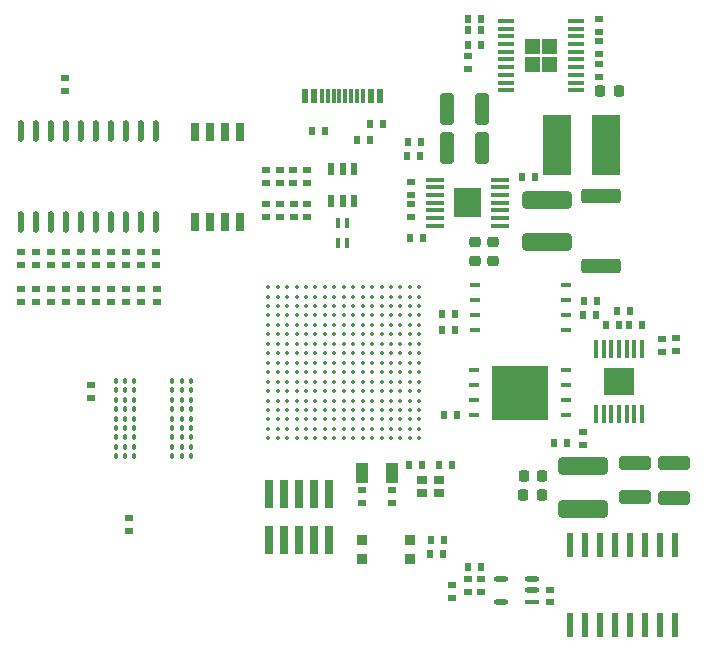
<source format=gbr>
%TF.GenerationSoftware,KiCad,Pcbnew,7.0.7*%
%TF.CreationDate,2024-02-27T15:56:59-08:00*%
%TF.ProjectId,cpu_board,6370755f-626f-4617-9264-2e6b69636164,rev?*%
%TF.SameCoordinates,Original*%
%TF.FileFunction,Paste,Top*%
%TF.FilePolarity,Positive*%
%FSLAX46Y46*%
G04 Gerber Fmt 4.6, Leading zero omitted, Abs format (unit mm)*
G04 Created by KiCad (PCBNEW 7.0.7) date 2024-02-27 15:56:59*
%MOMM*%
%LPD*%
G01*
G04 APERTURE LIST*
G04 Aperture macros list*
%AMRoundRect*
0 Rectangle with rounded corners*
0 $1 Rounding radius*
0 $2 $3 $4 $5 $6 $7 $8 $9 X,Y pos of 4 corners*
0 Add a 4 corners polygon primitive as box body*
4,1,4,$2,$3,$4,$5,$6,$7,$8,$9,$2,$3,0*
0 Add four circle primitives for the rounded corners*
1,1,$1+$1,$2,$3*
1,1,$1+$1,$4,$5*
1,1,$1+$1,$6,$7*
1,1,$1+$1,$8,$9*
0 Add four rect primitives between the rounded corners*
20,1,$1+$1,$2,$3,$4,$5,0*
20,1,$1+$1,$4,$5,$6,$7,0*
20,1,$1+$1,$6,$7,$8,$9,0*
20,1,$1+$1,$8,$9,$2,$3,0*%
G04 Aperture macros list end*
%ADD10R,0.600000X0.700000*%
%ADD11R,0.700000X0.600000*%
%ADD12RoundRect,0.225000X-0.225000X-0.250000X0.225000X-0.250000X0.225000X0.250000X-0.225000X0.250000X0*%
%ADD13R,1.409700X0.355600*%
%ADD14RoundRect,0.250000X-1.100000X0.325000X-1.100000X-0.325000X1.100000X-0.325000X1.100000X0.325000X0*%
%ADD15RoundRect,0.225000X0.250000X-0.225000X0.250000X0.225000X-0.250000X0.225000X-0.250000X-0.225000X0*%
%ADD16R,1.600200X0.304800*%
%ADD17R,2.310000X2.460000*%
%ADD18R,0.762000X1.500000*%
%ADD19R,0.558800X0.977900*%
%ADD20R,1.000000X1.800000*%
%ADD21C,0.355600*%
%ADD22R,1.219200X0.457200*%
%ADD23O,1.219200X0.457200*%
%ADD24RoundRect,0.333000X-1.767000X0.417000X-1.767000X-0.417000X1.767000X-0.417000X1.767000X0.417000X0*%
%ADD25R,0.900000X0.800000*%
%ADD26R,2.350000X5.100000*%
%ADD27R,0.558800X2.159000*%
%ADD28R,0.950000X0.450000*%
%ADD29R,0.304800X1.600200*%
%ADD30R,2.460000X2.310000*%
%ADD31C,0.457200*%
%ADD32O,0.560000X1.840000*%
%ADD33RoundRect,0.250000X0.325000X1.100000X-0.325000X1.100000X-0.325000X-1.100000X0.325000X-1.100000X0*%
%ADD34R,0.600000X1.150000*%
%ADD35R,0.300000X1.150000*%
%ADD36R,0.740000X2.400000*%
%ADD37RoundRect,0.250000X1.425000X-0.362500X1.425000X0.362500X-1.425000X0.362500X-1.425000X-0.362500X0*%
%ADD38R,0.900000X0.900000*%
%ADD39R,4.750000X4.650000*%
%ADD40R,0.406400X0.914400*%
G04 APERTURE END LIST*
%TO.C,U1*%
G36*
X48085900Y-5385900D02*
G01*
X46800000Y-5385900D01*
X46800000Y-4100000D01*
X48085900Y-4100000D01*
X48085900Y-5385900D01*
G37*
G36*
X48085900Y-3900000D02*
G01*
X46800000Y-3900000D01*
X46800000Y-2614100D01*
X48085900Y-2614100D01*
X48085900Y-3900000D01*
G37*
G36*
X46600000Y-5385900D02*
G01*
X45314100Y-5385900D01*
X45314100Y-4100000D01*
X46600000Y-4100000D01*
X46600000Y-5385900D01*
G37*
G36*
X46600000Y-3900000D02*
G01*
X45314100Y-3900000D01*
X45314100Y-2614100D01*
X46600000Y-2614100D01*
X46600000Y-3900000D01*
G37*
%TO.C,U8*%
G36*
X41640000Y-17671400D02*
G01*
X39330000Y-17671400D01*
X39330000Y-15211400D01*
X41640000Y-15211400D01*
X41640000Y-17671400D01*
G37*
%TO.C,U7*%
G36*
X54532700Y-32750400D02*
G01*
X52072700Y-32750400D01*
X52072700Y-30440400D01*
X54532700Y-30440400D01*
X54532700Y-32750400D01*
G37*
%TD*%
D10*
%TO.C,C31*%
X37325000Y-46200000D03*
X38425000Y-46200000D03*
%TD*%
D11*
%TO.C,R33*%
X6400000Y-7000000D03*
X6400000Y-5900000D03*
%TD*%
D10*
%TO.C,R18*%
X38350000Y-25835000D03*
X39450000Y-25835000D03*
%TD*%
D11*
%TO.C,C1*%
X47500000Y-49200000D03*
X47500000Y-50300000D03*
%TD*%
%TO.C,R14*%
X51600000Y-4700000D03*
X51600000Y-5800000D03*
%TD*%
D12*
%TO.C,C78*%
X45205000Y-41200000D03*
X46755000Y-41200000D03*
%TD*%
D11*
%TO.C,R55*%
X7772200Y-23790000D03*
X7772200Y-24890000D03*
%TD*%
D10*
%TO.C,R16*%
X51390000Y-25935000D03*
X50290000Y-25935000D03*
%TD*%
%TO.C,R2*%
X40500000Y-1850000D03*
X41600000Y-1850000D03*
%TD*%
D13*
%TO.C,U1*%
X49652750Y-6924937D03*
X49652750Y-6274951D03*
X49652750Y-5624965D03*
X49652750Y-4974979D03*
X49652750Y-4324993D03*
X49652750Y-3675007D03*
X49652750Y-3025021D03*
X49652750Y-2375035D03*
X49652750Y-1725049D03*
X49652750Y-1075063D03*
X43747250Y-1075063D03*
X43747250Y-1725049D03*
X43747250Y-2375035D03*
X43747250Y-3025021D03*
X43747250Y-3675007D03*
X43747250Y-4324993D03*
X43747250Y-4974979D03*
X43747250Y-5624965D03*
X43747250Y-6274951D03*
X43747250Y-6924937D03*
%TD*%
D11*
%TO.C,R29*%
X58132600Y-27926800D03*
X58132600Y-29026800D03*
%TD*%
D10*
%TO.C,R32*%
X36690000Y-19440000D03*
X35590000Y-19440000D03*
%TD*%
%TO.C,R17*%
X47760000Y-36825000D03*
X48860000Y-36825000D03*
%TD*%
%TO.C,C63*%
X39600000Y-34445000D03*
X38500000Y-34445000D03*
%TD*%
D14*
%TO.C,C79*%
X54660000Y-38460000D03*
X54660000Y-41410000D03*
%TD*%
D11*
%TO.C,R48*%
X25745000Y-14760000D03*
X25745000Y-13660000D03*
%TD*%
D10*
%TO.C,C88*%
X54190000Y-26840000D03*
X55290000Y-26840000D03*
%TD*%
D11*
%TO.C,R37*%
X2680000Y-21690000D03*
X2680000Y-20590000D03*
%TD*%
%TO.C,R64*%
X24600000Y-16600000D03*
X24600000Y-17700000D03*
%TD*%
D15*
%TO.C,C77*%
X41120000Y-21365000D03*
X41120000Y-19815000D03*
%TD*%
D10*
%TO.C,R30*%
X36555000Y-11280000D03*
X35455000Y-11280000D03*
%TD*%
%TO.C,R28*%
X35355000Y-12490000D03*
X36455000Y-12490000D03*
%TD*%
D11*
%TO.C,R45*%
X12857800Y-21690000D03*
X12857800Y-20590000D03*
%TD*%
D10*
%TO.C,C86*%
X53280000Y-26840000D03*
X52180000Y-26840000D03*
%TD*%
D11*
%TO.C,R42*%
X9041100Y-21690000D03*
X9041100Y-20590000D03*
%TD*%
%TO.C,R60*%
X14150000Y-23790000D03*
X14150000Y-24890000D03*
%TD*%
%TO.C,C87*%
X35680000Y-16570000D03*
X35680000Y-17670000D03*
%TD*%
%TO.C,R58*%
X11598900Y-23790000D03*
X11598900Y-24890000D03*
%TD*%
%TO.C,R43*%
X10313300Y-21690000D03*
X10313300Y-20590000D03*
%TD*%
%TO.C,R39*%
X5224400Y-21690000D03*
X5224400Y-20590000D03*
%TD*%
D10*
%TO.C,R35*%
X40500000Y-900000D03*
X41600000Y-900000D03*
%TD*%
D16*
%TO.C,U8*%
X37716400Y-14491366D03*
X37716400Y-15141379D03*
X37716400Y-15791388D03*
X37716400Y-16441400D03*
X37716400Y-17091412D03*
X37716400Y-17741421D03*
X37716400Y-18391434D03*
X43253600Y-18391434D03*
X43253600Y-17741421D03*
X43253600Y-17091412D03*
X43253600Y-16441400D03*
X43253600Y-15791388D03*
X43253600Y-15141379D03*
X43253600Y-14491366D03*
D17*
X40485000Y-16441400D03*
%TD*%
D18*
%TO.C,SW3*%
X17405000Y-18070000D03*
X18675000Y-18070000D03*
X19945000Y-18070000D03*
X21215000Y-18070000D03*
X21215000Y-10450000D03*
X19945000Y-10450000D03*
X18675000Y-10450000D03*
X17405000Y-10450000D03*
%TD*%
D19*
%TO.C,U5*%
X30855801Y-13590850D03*
X29905800Y-13590850D03*
X28955799Y-13590850D03*
X28955799Y-16321350D03*
X29905800Y-16321350D03*
X30855801Y-16321350D03*
%TD*%
D10*
%TO.C,C66*%
X32220000Y-9780000D03*
X33320000Y-9780000D03*
%TD*%
D11*
%TO.C,R54*%
X6496700Y-23790000D03*
X6496700Y-24890000D03*
%TD*%
D20*
%TO.C,Y3*%
X34050000Y-39300000D03*
X31550000Y-39300000D03*
%TD*%
D21*
%TO.C,U2*%
X23600001Y-23598400D03*
X24400001Y-23598400D03*
X25200000Y-23598400D03*
X26000000Y-23598400D03*
X26800000Y-23598400D03*
X27600000Y-23598400D03*
X28400000Y-23598400D03*
X29200000Y-23598400D03*
X30000000Y-23598400D03*
X30800000Y-23598400D03*
X31600000Y-23598400D03*
X32400000Y-23598400D03*
X33200000Y-23598400D03*
X33999999Y-23598400D03*
X34799999Y-23598400D03*
X35599999Y-23598400D03*
X36399999Y-23598400D03*
X23600001Y-24398500D03*
X24400001Y-24398500D03*
X25200000Y-24398500D03*
X26000000Y-24398500D03*
X26800000Y-24398500D03*
X27600000Y-24398500D03*
X28400000Y-24398500D03*
X29200000Y-24398500D03*
X30000000Y-24398500D03*
X30800000Y-24398500D03*
X31600000Y-24398500D03*
X32400000Y-24398500D03*
X33200000Y-24398500D03*
X33999999Y-24398500D03*
X34799999Y-24398500D03*
X35599999Y-24398500D03*
X36399999Y-24398500D03*
X23600001Y-25198600D03*
X24400001Y-25198600D03*
X25200000Y-25198600D03*
X26000000Y-25198600D03*
X26800000Y-25198600D03*
X27600000Y-25198600D03*
X28400000Y-25198600D03*
X29200000Y-25198600D03*
X30000000Y-25198600D03*
X30800000Y-25198600D03*
X31600000Y-25198600D03*
X32400000Y-25198600D03*
X33200000Y-25198600D03*
X33999999Y-25198600D03*
X34799999Y-25198600D03*
X35599999Y-25198600D03*
X36399999Y-25198600D03*
X23600001Y-25998700D03*
X24400001Y-25998700D03*
X25200000Y-25998700D03*
X26000000Y-25998700D03*
X26800000Y-25998700D03*
X27600000Y-25998700D03*
X28400000Y-25998700D03*
X29200000Y-25998700D03*
X30000000Y-25998700D03*
X30800000Y-25998700D03*
X31600000Y-25998700D03*
X32400000Y-25998700D03*
X33200000Y-25998700D03*
X33999999Y-25998700D03*
X34799999Y-25998700D03*
X35599999Y-25998700D03*
X36399999Y-25998700D03*
X23600001Y-26798800D03*
X24400001Y-26798800D03*
X25200000Y-26798800D03*
X26000000Y-26798800D03*
X26800000Y-26798800D03*
X27600000Y-26798800D03*
X28400000Y-26798800D03*
X29200000Y-26798800D03*
X30000000Y-26798800D03*
X30800000Y-26798800D03*
X31600000Y-26798800D03*
X32400000Y-26798800D03*
X33200000Y-26798800D03*
X33999999Y-26798800D03*
X34799999Y-26798800D03*
X35599999Y-26798800D03*
X36399999Y-26798800D03*
X23600001Y-27598900D03*
X24400001Y-27598900D03*
X25200000Y-27598900D03*
X26000000Y-27598900D03*
X26800000Y-27598900D03*
X27600000Y-27598900D03*
X28400000Y-27598900D03*
X29200000Y-27598900D03*
X30000000Y-27598900D03*
X30800000Y-27598900D03*
X31600000Y-27598900D03*
X32400000Y-27598900D03*
X33200000Y-27598900D03*
X33999999Y-27598900D03*
X34799999Y-27598900D03*
X35599999Y-27598900D03*
X36399999Y-27598900D03*
X23600001Y-28399000D03*
X24400001Y-28399000D03*
X25200000Y-28399000D03*
X26000000Y-28399000D03*
X26800000Y-28399000D03*
X27600000Y-28399000D03*
X28400000Y-28399000D03*
X29200000Y-28399000D03*
X30000000Y-28399000D03*
X30800000Y-28399000D03*
X31600000Y-28399000D03*
X32400000Y-28399000D03*
X33200000Y-28399000D03*
X33999999Y-28399000D03*
X34799999Y-28399000D03*
X35599999Y-28399000D03*
X36399999Y-28399000D03*
X23600001Y-29199100D03*
X24400001Y-29199100D03*
X25200000Y-29199100D03*
X26000000Y-29199100D03*
X26800000Y-29199100D03*
X27600000Y-29199100D03*
X28400000Y-29199100D03*
X29200000Y-29199100D03*
X30000000Y-29199100D03*
X30800000Y-29199100D03*
X31600000Y-29199100D03*
X32400000Y-29199100D03*
X33200000Y-29199100D03*
X33999999Y-29199100D03*
X34799999Y-29199100D03*
X35599999Y-29199100D03*
X36399999Y-29199100D03*
X23600001Y-29999200D03*
X24400001Y-29999200D03*
X25200000Y-29999200D03*
X26000000Y-29999200D03*
X26800000Y-29999200D03*
X27600000Y-29999200D03*
X28400000Y-29999200D03*
X29200000Y-29999200D03*
X30000000Y-29999200D03*
X30800000Y-29999200D03*
X31600000Y-29999200D03*
X32400000Y-29999200D03*
X33200000Y-29999200D03*
X33999999Y-29999200D03*
X34799999Y-29999200D03*
X35599999Y-29999200D03*
X36399999Y-29999200D03*
X23600001Y-30799300D03*
X24400001Y-30799300D03*
X25200000Y-30799300D03*
X26000000Y-30799300D03*
X26800000Y-30799300D03*
X27600000Y-30799300D03*
X28400000Y-30799300D03*
X29200000Y-30799300D03*
X30000000Y-30799300D03*
X30800000Y-30799300D03*
X31600000Y-30799300D03*
X32400000Y-30799300D03*
X33200000Y-30799300D03*
X33999999Y-30799300D03*
X34799999Y-30799300D03*
X35599999Y-30799300D03*
X36399999Y-30799300D03*
X23600001Y-31599400D03*
X24400001Y-31599400D03*
X25200000Y-31599400D03*
X26000000Y-31599400D03*
X26800000Y-31599400D03*
X27600000Y-31599400D03*
X28400000Y-31599400D03*
X29200000Y-31599400D03*
X30000000Y-31599400D03*
X30800000Y-31599400D03*
X31600000Y-31599400D03*
X32400000Y-31599400D03*
X33200000Y-31599400D03*
X33999999Y-31599400D03*
X34799999Y-31599400D03*
X35599999Y-31599400D03*
X36399999Y-31599400D03*
X23600001Y-32399500D03*
X24400001Y-32399500D03*
X25200000Y-32399500D03*
X26000000Y-32399500D03*
X26800000Y-32399500D03*
X27600000Y-32399500D03*
X28400000Y-32399500D03*
X29200000Y-32399500D03*
X30000000Y-32399500D03*
X30800000Y-32399500D03*
X31600000Y-32399500D03*
X32400000Y-32399500D03*
X33200000Y-32399500D03*
X33999999Y-32399500D03*
X34799999Y-32399500D03*
X35599999Y-32399500D03*
X36399999Y-32399500D03*
X23600001Y-33199600D03*
X24400001Y-33199600D03*
X25200000Y-33199600D03*
X26000000Y-33199600D03*
X26800000Y-33199600D03*
X27600000Y-33199600D03*
X28400000Y-33199600D03*
X29200000Y-33199600D03*
X30000000Y-33199600D03*
X30800000Y-33199600D03*
X31600000Y-33199600D03*
X32400000Y-33199600D03*
X33200000Y-33199600D03*
X33999999Y-33199600D03*
X34799999Y-33199600D03*
X35599999Y-33199600D03*
X36399999Y-33199600D03*
X23600001Y-33999700D03*
X24400001Y-33999700D03*
X25200000Y-33999700D03*
X26000000Y-33999700D03*
X26800000Y-33999700D03*
X27600000Y-33999700D03*
X28400000Y-33999700D03*
X29200000Y-33999700D03*
X30000000Y-33999700D03*
X30800000Y-33999700D03*
X31600000Y-33999700D03*
X32400000Y-33999700D03*
X33200000Y-33999700D03*
X33999999Y-33999700D03*
X34799999Y-33999700D03*
X35599999Y-33999700D03*
X36399999Y-33999700D03*
X23600001Y-34799800D03*
X24400001Y-34799800D03*
X25200000Y-34799800D03*
X26000000Y-34799800D03*
X26800000Y-34799800D03*
X27600000Y-34799800D03*
X28400000Y-34799800D03*
X29200000Y-34799800D03*
X30000000Y-34799800D03*
X30800000Y-34799800D03*
X31600000Y-34799800D03*
X32400000Y-34799800D03*
X33200000Y-34799800D03*
X33999999Y-34799800D03*
X34799999Y-34799800D03*
X35599999Y-34799800D03*
X36399999Y-34799800D03*
X23600001Y-35599900D03*
X24400001Y-35599900D03*
X25200000Y-35599900D03*
X26000000Y-35599900D03*
X26800000Y-35599900D03*
X27600000Y-35599900D03*
X28400000Y-35599900D03*
X29200000Y-35599900D03*
X30000000Y-35599900D03*
X30800000Y-35599900D03*
X31600000Y-35599900D03*
X32400000Y-35599900D03*
X33200000Y-35599900D03*
X33999999Y-35599900D03*
X34799999Y-35599900D03*
X35599999Y-35599900D03*
X36399999Y-35599900D03*
X23600001Y-36400000D03*
X24400001Y-36400000D03*
X25200000Y-36400000D03*
X26000000Y-36400000D03*
X26800000Y-36400000D03*
X27600000Y-36400000D03*
X28400000Y-36400000D03*
X29200000Y-36400000D03*
X30000000Y-36400000D03*
X30800000Y-36400000D03*
X31600000Y-36400000D03*
X32400000Y-36400000D03*
X33200000Y-36400000D03*
X33999999Y-36400000D03*
X34799999Y-36400000D03*
X35599999Y-36400000D03*
X36399999Y-36400000D03*
%TD*%
D11*
%TO.C,FB6*%
X11780000Y-44280000D03*
X11780000Y-43180000D03*
%TD*%
D10*
%TO.C,C85*%
X46200000Y-14300000D03*
X45100000Y-14300000D03*
%TD*%
D11*
%TO.C,R40*%
X6496700Y-21690000D03*
X6496700Y-20590000D03*
%TD*%
%TO.C,R53*%
X5221100Y-23790000D03*
X5221100Y-24890000D03*
%TD*%
D22*
%TO.C,U9*%
X45930000Y-50220001D03*
D23*
X45930000Y-49270000D03*
X45930000Y-48319999D03*
X43310000Y-48319999D03*
X43310000Y-50220001D03*
%TD*%
D10*
%TO.C,C62*%
X38350000Y-27265000D03*
X39450000Y-27265000D03*
%TD*%
D12*
%TO.C,C76*%
X45225000Y-39600000D03*
X46775000Y-39600000D03*
%TD*%
D24*
%TO.C,L3*%
X50230000Y-38770000D03*
X50230000Y-42370000D03*
%TD*%
D11*
%TO.C,R25*%
X8590000Y-31910000D03*
X8590000Y-33010000D03*
%TD*%
D25*
%TO.C,Y2*%
X38050000Y-39930000D03*
X36650000Y-39930000D03*
X36650000Y-41030000D03*
X38050000Y-41030000D03*
%TD*%
D11*
%TO.C,R62*%
X25760000Y-16600000D03*
X25760000Y-17700000D03*
%TD*%
D10*
%TO.C,R6*%
X40490000Y-47280000D03*
X41590000Y-47280000D03*
%TD*%
D26*
%TO.C,L1*%
X52175000Y-11600000D03*
X48025000Y-11600000D03*
%TD*%
D11*
%TO.C,R44*%
X11585600Y-21690000D03*
X11585600Y-20590000D03*
%TD*%
%TO.C,R52*%
X3945600Y-23790000D03*
X3945600Y-24890000D03*
%TD*%
%TO.C,R59*%
X12874400Y-23790000D03*
X12874400Y-24890000D03*
%TD*%
%TO.C,R63*%
X23440000Y-16600000D03*
X23440000Y-17700000D03*
%TD*%
D27*
%TO.C,U10*%
X58045000Y-45421800D03*
X56775000Y-45421800D03*
X55505000Y-45421800D03*
X54235000Y-45421800D03*
X52965000Y-45421800D03*
X51695000Y-45421800D03*
X50425000Y-45421800D03*
X49155000Y-45421800D03*
X49155000Y-52178200D03*
X50425000Y-52178200D03*
X51695000Y-52178200D03*
X52965000Y-52178200D03*
X54235000Y-52178200D03*
X55505000Y-52178200D03*
X56775000Y-52178200D03*
X58045000Y-52178200D03*
%TD*%
D28*
%TO.C,U4*%
X48825000Y-27240000D03*
X48825000Y-25970000D03*
X48825000Y-24700000D03*
X48825000Y-23430000D03*
X41075000Y-23430000D03*
X41075000Y-24700000D03*
X41075000Y-25970000D03*
X41075000Y-27240000D03*
%TD*%
D24*
%TO.C,L4*%
X47220000Y-16200000D03*
X47220000Y-19800000D03*
%TD*%
D29*
%TO.C,U7*%
X55252734Y-28826800D03*
X54602721Y-28826800D03*
X53952712Y-28826800D03*
X53302700Y-28826800D03*
X52652688Y-28826800D03*
X52002679Y-28826800D03*
X51352666Y-28826800D03*
X51352666Y-34364000D03*
X52002679Y-34364000D03*
X52652688Y-34364000D03*
X53302700Y-34364000D03*
X53952712Y-34364000D03*
X54602721Y-34364000D03*
X55252734Y-34364000D03*
D30*
X53302700Y-31595400D03*
%TD*%
D10*
%TO.C,R7*%
X37350000Y-45000000D03*
X38450000Y-45000000D03*
%TD*%
D31*
%TO.C,U6*%
X17075000Y-37925000D03*
X16275000Y-37925000D03*
X15475000Y-37925000D03*
X12275000Y-37925000D03*
X11475000Y-37925000D03*
X10675000Y-37925000D03*
X17075000Y-37125000D03*
X16275000Y-37125000D03*
X15475000Y-37125000D03*
X12275000Y-37125000D03*
X11475000Y-37125000D03*
X10675000Y-37125000D03*
X17075000Y-36325000D03*
X16275000Y-36325000D03*
X15475000Y-36325000D03*
X12275000Y-36325000D03*
X11475000Y-36325000D03*
X10675000Y-36325000D03*
X17075000Y-35525000D03*
X16275000Y-35525000D03*
X15475000Y-35525000D03*
X12275000Y-35525000D03*
X11475000Y-35525000D03*
X10675000Y-35525000D03*
X17075000Y-34725000D03*
X16275000Y-34725000D03*
X15475000Y-34725000D03*
X12275000Y-34725000D03*
X11475000Y-34725000D03*
X10675000Y-34725000D03*
X17075000Y-33925000D03*
X16275000Y-33925000D03*
X15475000Y-33925000D03*
X12275000Y-33925000D03*
X11475000Y-33925000D03*
X10675000Y-33925000D03*
X17075000Y-33125000D03*
X16275000Y-33125000D03*
X15475000Y-33125000D03*
X12275000Y-33125000D03*
X11475000Y-33125000D03*
X10675000Y-33125000D03*
X17075000Y-32325000D03*
X16275000Y-32325000D03*
X15475000Y-32325000D03*
X12275000Y-32325000D03*
X11475000Y-32325000D03*
X10675000Y-32325000D03*
X17075000Y-31525000D03*
X16275000Y-31525000D03*
X15475000Y-31525000D03*
X12275000Y-31525000D03*
X11475000Y-31525000D03*
X10675000Y-31525000D03*
%TD*%
D11*
%TO.C,R19*%
X51600000Y-900000D03*
X51600000Y-2000000D03*
%TD*%
%TO.C,R50*%
X24560000Y-14760000D03*
X24560000Y-13660000D03*
%TD*%
D32*
%TO.C,SW2*%
X2680000Y-18060000D03*
X3950000Y-18060000D03*
X5220000Y-18060000D03*
X6490000Y-18060000D03*
X7760000Y-18060000D03*
X9030000Y-18060000D03*
X10300000Y-18060000D03*
X11570000Y-18060000D03*
X12840000Y-18060000D03*
X14110000Y-18060000D03*
X14110000Y-10370000D03*
X12840000Y-10370000D03*
X11570000Y-10370000D03*
X10300000Y-10370000D03*
X9030000Y-10370000D03*
X7760000Y-10370000D03*
X6490000Y-10370000D03*
X5220000Y-10370000D03*
X3950000Y-10370000D03*
X2680000Y-10370000D03*
%TD*%
D15*
%TO.C,C80*%
X42600000Y-21359100D03*
X42600000Y-19809100D03*
%TD*%
D10*
%TO.C,R20*%
X51410000Y-24735000D03*
X50310000Y-24735000D03*
%TD*%
D33*
%TO.C,C81*%
X41665000Y-11805000D03*
X38715000Y-11805000D03*
%TD*%
D11*
%TO.C,R4*%
X39200000Y-49900000D03*
X39200000Y-48800000D03*
%TD*%
D10*
%TO.C,C18*%
X36650000Y-38650000D03*
X35550000Y-38650000D03*
%TD*%
D11*
%TO.C,R27*%
X56942600Y-29126800D03*
X56942600Y-28026800D03*
%TD*%
%TO.C,R15*%
X51600000Y-2800000D03*
X51600000Y-3900000D03*
%TD*%
%TO.C,C89*%
X35680000Y-15790000D03*
X35680000Y-14690000D03*
%TD*%
%TO.C,C84*%
X50290000Y-36950000D03*
X50290000Y-35850000D03*
%TD*%
D34*
%TO.C,J1*%
X33087500Y-7419000D03*
X32287500Y-7419000D03*
D35*
X31137500Y-7419000D03*
X30137500Y-7419000D03*
X29637500Y-7419000D03*
X28637500Y-7419000D03*
D34*
X27487500Y-7419000D03*
X26687500Y-7419000D03*
D35*
X28137500Y-7419000D03*
X29137500Y-7419000D03*
X30637500Y-7419000D03*
X31637500Y-7419000D03*
%TD*%
D10*
%TO.C,R22*%
X27320000Y-10340000D03*
X28420000Y-10340000D03*
%TD*%
%TO.C,R23*%
X32240000Y-11100000D03*
X31140000Y-11100000D03*
%TD*%
D11*
%TO.C,R47*%
X26930000Y-14760000D03*
X26930000Y-13660000D03*
%TD*%
%TO.C,R49*%
X23375000Y-14760000D03*
X23375000Y-13660000D03*
%TD*%
%TO.C,R51*%
X2670000Y-23790000D03*
X2670000Y-24890000D03*
%TD*%
D14*
%TO.C,C82*%
X57930000Y-38465000D03*
X57930000Y-41415000D03*
%TD*%
D10*
%TO.C,R34*%
X40500000Y-3100000D03*
X41600000Y-3100000D03*
%TD*%
%TO.C,C19*%
X38050000Y-38700000D03*
X39150000Y-38700000D03*
%TD*%
D11*
%TO.C,R57*%
X10323300Y-23790000D03*
X10323300Y-24890000D03*
%TD*%
D36*
%TO.C,J3*%
X28710000Y-41150000D03*
X28710000Y-45050000D03*
X27440000Y-41150000D03*
X27440000Y-45050000D03*
X26170000Y-41150000D03*
X26170000Y-45050000D03*
X24900000Y-41150000D03*
X24900000Y-45050000D03*
X23630000Y-41150000D03*
X23630000Y-45050000D03*
%TD*%
D11*
%TO.C,R46*%
X14130000Y-21690000D03*
X14130000Y-20590000D03*
%TD*%
D12*
%TO.C,C27*%
X51725000Y-7000000D03*
X53275000Y-7000000D03*
%TD*%
D10*
%TO.C,R31*%
X53170000Y-25580000D03*
X54270000Y-25580000D03*
%TD*%
D11*
%TO.C,C21*%
X34070000Y-40800000D03*
X34070000Y-41900000D03*
%TD*%
%TO.C,R61*%
X26920000Y-16600000D03*
X26920000Y-17700000D03*
%TD*%
D37*
%TO.C,R1*%
X51800000Y-21800000D03*
X51800000Y-15875000D03*
%TD*%
D33*
%TO.C,C83*%
X41665000Y-8485000D03*
X38715000Y-8485000D03*
%TD*%
D11*
%TO.C,C2*%
X40530000Y-48270000D03*
X40530000Y-49370000D03*
%TD*%
%TO.C,R41*%
X7768900Y-21690000D03*
X7768900Y-20590000D03*
%TD*%
%TO.C,R38*%
X3952200Y-21690000D03*
X3952200Y-20590000D03*
%TD*%
D38*
%TO.C,SW1*%
X35650000Y-45000000D03*
X31550000Y-45000000D03*
X35650000Y-46600000D03*
X31550000Y-46600000D03*
%TD*%
D28*
%TO.C,U3*%
X48850000Y-34455000D03*
X48850000Y-33185000D03*
X48850000Y-31915000D03*
X48850000Y-30645000D03*
X41050000Y-30645000D03*
X41050000Y-31915000D03*
X41050000Y-33185000D03*
X41050000Y-34455000D03*
D39*
X44950000Y-32550000D03*
%TD*%
D11*
%TO.C,R5*%
X41590000Y-48280000D03*
X41590000Y-49380000D03*
%TD*%
%TO.C,C20*%
X31570000Y-40800000D03*
X31570000Y-41900000D03*
%TD*%
%TO.C,R21*%
X40500000Y-4000000D03*
X40500000Y-5100000D03*
%TD*%
D40*
%TO.C,L2*%
X29489950Y-18190120D03*
X29489950Y-19889890D03*
X30290050Y-19889890D03*
X30290050Y-18190120D03*
%TD*%
D11*
%TO.C,R56*%
X9047800Y-23790000D03*
X9047800Y-24890000D03*
%TD*%
M02*

</source>
